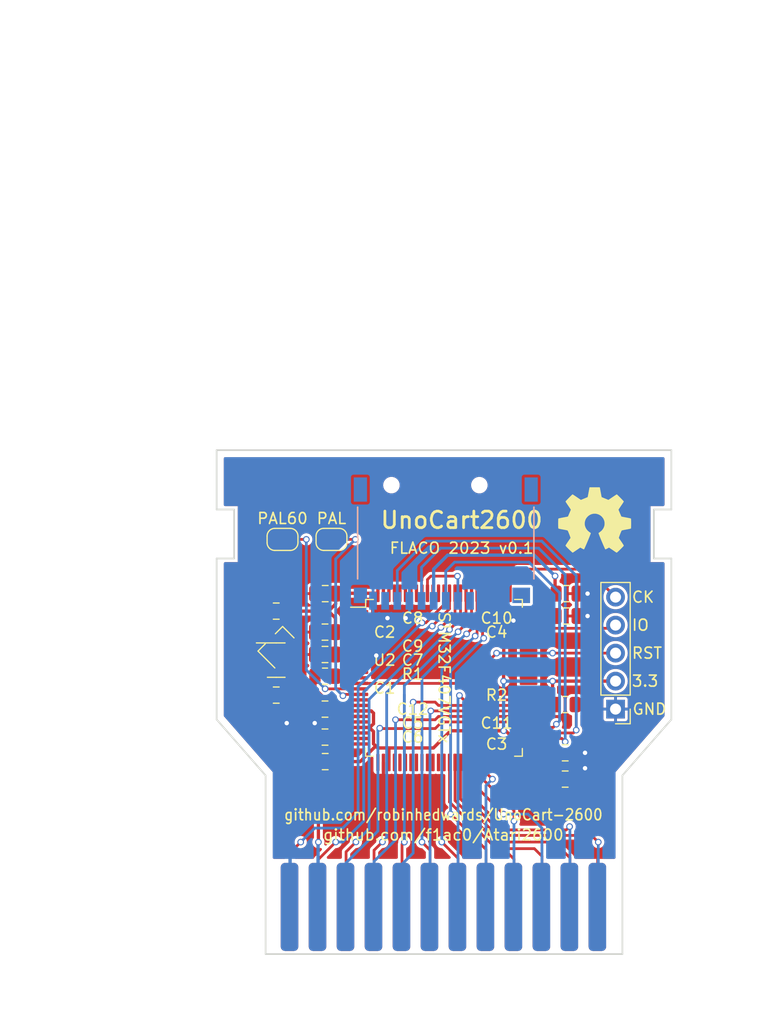
<source format=kicad_pcb>
(kicad_pcb (version 20221018) (generator pcbnew)
  (title_block (title "UnoCart 2600") (date "2023-03-01") (rev "0.1") (company "FLACO 2023") (comment 1 "Original idea and design : https://github.com/robinhedwards/UnoCart-2600") (comment 2 "Inspired by : https://github.com/rglenn/unocart2600-pcb"))
  (layers (0 "F.Cu" signal) (31 "B.Cu" signal) (34 "B.Paste" user) (35 "F.Paste" user) (36 "B.SilkS" user "B.Silkscreen") (37 "F.SilkS" user "F.Silkscreen") (38 "B.Mask" user) (39 "F.Mask" user) (44 "Edge.Cuts" user))
  (net 0 "")
  (net 1 "GND")
  (net 2 "+3V3")
  (net 3 "+5V")
  (net 4 "/D4")
  (net 5 "/D3")
  (net 6 "/D2")
  (net 7 "/D1")
  (net 8 "/D0")
  (net 9 "/A0")
  (net 10 "/A1")
  (net 11 "/A2")
  (net 12 "/A3")
  (net 13 "/A4")
  (net 14 "/A5")
  (net 15 "/A6")
  (net 16 "/A7")
  (net 17 "/D5")
  (net 18 "/D6")
  (net 19 "/D7")
  (net 20 "/A12")
  (net 21 "/A10")
  (net 22 "/A11")
  (net 23 "/A9")
  (net 24 "/A8")
  (net 25 "/DO")
  (net 26 "/SCK")
  (net 27 "/DI")
  (net 28 "/CS")
  (net 29 "/SWDIO")
  (net 30 "/~{RST}")
  (net 31 "/SWCLK")
  (net 32 "/PAL60")
  (net 33 "/PAL")
  (net 34 "Net-(U1-VCAP_1)")
  (net 35 "Net-(U1-VCAP_2)")
  (net 36 "Net-(U1-VREF+)")
  (footprint "Sassa:Atari2600_Cartridge_2x12_P2.54mm" (layer "F.Cu") (at 85.979 96.687)
    (fp_text reference "J1" hide)
    (fp_text value "A2600 card edge")
  )
  (footprint "Capacitor_SMD:C_0805_2012Metric" (layer "F.Cu") (at 89.2175 83.5025 180)
    (fp_text reference "C6")
    (fp_text value "100n")
  )
  (footprint "Resistor_SMD:R_0805_2012Metric" (layer "F.Cu") (at 110.998 78.328 180)
    (fp_text reference "R2")
    (fp_text value "10K")
  )
  (footprint "Capacitor_SMD:C_0805_2012Metric" (layer "F.Cu") (at 84.7725 69.85 180)
    (fp_text reference "C2")
    (fp_text value "10u")
  )
  (footprint "Connector_PinHeader_2.54mm:PinHeader_1x05_P2.54mm_Vertical" (layer "F.Cu") (at 115.57 78.74 180)
    (fp_text reference "J3" hide)
    (fp_text value "PROG")
  )
  (footprint "Package_QFP:LQFP-100_14x14mm_P0.5mm" (layer "F.Cu") (at 100 75.905)
    (fp_text reference "U1" hide)
    (fp_text value "STM32F407VGTx")
  )
  (footprint "Capacitor_SMD:C_0805_2012Metric" (layer "F.Cu") (at 111 82.705)
    (fp_text reference "C11")
    (fp_text value "100n")
  )
  (footprint "Resistor_SMD:R_0805_2012Metric" (layer "F.Cu") (at 89.2 75.7555)
    (fp_text reference "R1")
    (fp_text value "10K")
  )
  (footprint "Capacitor_SMD:C_0805_2012Metric" (layer "F.Cu") (at 89.2 78.74 180)
    (fp_text reference "C12")
    (fp_text value "100n")
  )
  (footprint "Capacitor_SMD:C_0805_2012Metric" (layer "F.Cu") (at 89.2 73.787 180)
    (fp_text reference "C7")
    (fp_text value "100n")
  )
  (footprint "Capacitor_SMD:C_0805_2012Metric" (layer "F.Cu") (at 89.2 81.28 180)
    (fp_text reference "C5")
    (fp_text value "100n")
  )
  (footprint "Capacitor_SMD:C_0805_2012Metric" (layer "F.Cu") (at 111.125 70.2945)
    (fp_text reference "C4")
    (fp_text value "2.2u")
  )
  (footprint "Capacitor_SMD:C_0805_2012Metric" (layer "F.Cu") (at 89.2175 68.2625 180)
    (fp_text reference "C8")
    (fp_text value "100n")
  )
  (footprint "Capacitor_SMD:C_0805_2012Metric" (layer "F.Cu") (at 111.125 68.2625)
    (fp_text reference "C10")
    (fp_text value "100n")
  )
  (footprint "Capacitor_SMD:C_0805_2012Metric" (layer "F.Cu") (at 89.2 71.755 180)
    (fp_text reference "C9")
    (fp_text value "100n")
  )
  (footprint "Capacitor_SMD:C_0805_2012Metric" (layer "F.Cu") (at 110.998 85.09)
    (fp_text reference "C3")
    (fp_text value "2.2u")
  )
  (footprint "Capacitor_SMD:C_0805_2012Metric" (layer "F.Cu") (at 84.7725 77.47)
    (fp_text reference "C1")
    (fp_text value "10u")
  )
  (footprint "Jumper:SolderJumper-2_P1.3mm_Open_RoundedPad1.0x1.5mm" (layer "F.Cu") (at 85.344 63.342 180)
    (fp_text reference "JP1" hide)
    (fp_text value "PAL60")
  )
  (footprint "Jumper:SolderJumper-2_P1.3mm_Open_RoundedPad1.0x1.5mm" (layer "F.Cu") (at 89.789 63.342 180)
    (fp_text reference "JP2" hide)
    (fp_text value "PAL")
  )
  (footprint "Symbol:OSHW-Symbol_6.7x6mm_SilkScreen" (layer "F.Cu") (at 113.665 61.595)
    (fp_text reference "REF**" hide)
    (fp_text value "OSHW-Symbol_6.7x6mm_SilkScreen" hide)
  )
  (footprint "Sassa:SOT-23" (layer "F.Cu") (at 84.7725 72.898 135)
    (fp_text reference "U3" hide)
    (fp_text value "XC6206PxxxMR")
  )
  (footprint "Package_TO_SOT_SMD:SOT-23-5" (layer "F.Cu") (at 84.7725 74.295)
    (fp_text reference "U2")
    (fp_text value "SPX3819M5-L-3-3")
  )
  (footprint "Sassa:TFP09-2-12B" (layer "B.Cu") (at 100.16 68.42)
    (fp_text reference "J2" hide)
    (fp_text value "Micro_SD_Card")
  )
  (gr_line (start 116.1925 84.76) (end 116.1925 100.965) (stroke (width 0.15)) (layer "Edge.Cuts"))
  (gr_line (start 79.3625 79.68) (end 79.3625 65.075) (stroke (width 0.15)) (layer "Edge.Cuts"))
  (gr_line (start 83.8075 84.76) (end 79.3625 79.68) (stroke (width 0.15)) (layer "Edge.Cuts"))
  (gr_line (start 83.8075 100.965) (end 83.8075 84.76) (stroke (width 0.15)) (layer "Edge.Cuts"))
  (gr_line (start 79.3625 55.245) (end 120.6375 55.245) (stroke (width 0.15)) (layer "Edge.Cuts"))
  (gr_line (start 120.6375 60.63) (end 119.05 60.63) (stroke (width 0.15)) (layer "Edge.Cuts"))
  (gr_line (start 120.6375 65.075) (end 120.6375 79.68) (stroke (width 0.15)) (layer "Edge.Cuts"))
  (gr_line (start 80.95 65.075) (end 80.95 60.63) (stroke (width 0.15)) (layer "Edge.Cuts"))
  (gr_line (start 120.6375 79.68) (end 116.1925 84.76) (stroke (width 0.15)) (layer "Edge.Cuts"))
  (gr_line (start 79.3625 65.075) (end 80.95 65.075) (stroke (width 0.15)) (layer "Edge.Cuts"))
  (gr_line (start 119.05 60.63) (end 119.05 65.075) (stroke (width 0.15)) (layer "Edge.Cuts"))
  (gr_line (start 83.8075 100.965) (end 116.1925 100.965) (stroke (width 0.15)) (layer "Edge.Cuts"))
  (gr_line (start 120.6375 55.245) (end 120.6375 60.63) (stroke (width 0.15)) (layer "Edge.Cuts"))
  (gr_line (start 79.3625 60.63) (end 79.3625 55.245) (stroke (width 0.15)) (layer "Edge.Cuts"))
  (gr_line (start 119.05 65.075) (end 120.6375 65.075) (stroke (width 0.15)) (layer "Edge.Cuts"))
  (gr_line (start 80.95 60.63) (end 79.3625 60.63) (stroke (width 0.15)) (layer "Edge.Cuts"))
  (gr_text "3.3" (at 116.967 76.2) (layer "F.SilkS") (effects (font (size 1 1)) (justify left)))
  (gr_text "UnoCart2600" (at 101.6 61.595) (layer "F.SilkS") (effects (font (size 1.5 1.5) (thickness 0.25) bold)))
  (gr_text "GND" (at 117.027 78.74) (layer "F.SilkS") (effects (font (size 1 1)) (justify left)))
  (gr_text "github.com/f1ac0/Atari2600" (at 99.949 90.7415) (layer "F.SilkS") (effects (font (size 1 1)) (justify bottom)))
  (gr_text "IO" (at 116.967 71.12) (layer "F.SilkS") (effects (font (size 1 1)) (justify left)))
  (gr_text "FLACO 2023 v0.1" (at 101.6 64.135) (layer "F.SilkS") (effects (font (size 1 1))))
  (gr_text "STM32F407VGTx" (at 100.0125 75.8825 -90) (layer "F.SilkS") (effects (font (size 1 1))))
  (gr_text "github.com/robinhedwards/UnoCart-2600" (at 99.949 88.3285) (layer "F.SilkS") (effects (font (size 1 0.9))))
  (gr_text "CK" (at 116.967 68.58) (layer "F.SilkS") (effects (font (size 1 1)) (justify left)))
  (gr_text "RST" (at 116.967 73.66) (layer "F.SilkS") (effects (font (size 1 1)) (justify left)))
  (segment (start 112.8 84.105) (end 111.75 84.105) (width 0.3) (layer "F.Cu") (net 1))
  (segment (start 111.75 82.705) (end 112.8 82.705) (width 0.3) (layer "F.Cu") (net 1))
  (segment (start 92.325 74.405) (end 93.331 74.405) (width 0.3) (layer "F.Cu") (net 1))
  (segment (start 113.03 68.2625) (end 112.075 68.2625) (width 0.3) (layer "F.Cu") (net 1))
  (segment (start 91.131817 79.405) (end 92.325 79.405) (width 0.3) (layer "F.Cu") (net 1))
  (segment (start 94.869 70.485) (end 94.5 70.116) (width 0.3) (layer "F.Cu") (net 1))
  (segment (start 88.265 80.01) (end 90.526817 80.01) (width 0.3) (layer "F.Cu") (net 1))
  (segment (start 84.807855 74.276858) (end 83.653142 74.276858) (width 0.3) (layer "F.Cu") (net 1))
  (segment (start 94.5 70.116) (end 94.5 68.23) (width 0.3) (layer "F.Cu") (net 1))
  (segment (start 90.526817 80.01) (end 91.131817 79.405) (width 0.3) (layer "F.Cu") (net 1))
  (segment (start 83.653142 74.276858) (end 83.635 74.295) (width 0.3) (layer "F.Cu") (net 1))
  (segment (start 113.97 96.19) (end 113.97 92.0875) (width 0.3) (layer "F.Cu") (net 1))
  (segment (start 113.97 92.0875) (end 115 91.0575) (width 0.3) (layer "F.Cu") (net 1))
  (segment (start 106.601994 70.405) (end 106.298994 70.708) (width 0.3) (layer "F.Cu") (net 1))
  (segment (start 113.03 70.2945) (end 112.075 70.2945) (width 0.3) (layer "F.Cu") (net 1))
  (segment (start 94.5 83.58) (end 94.5 85.61) (width 0.3) (layer "F.Cu") (net 1))
  (segment (start 93.331 74.405) (end 93.853 73.883) (width 0.3) (layer "F.Cu") (net 1))
  (segment (start 107.675 70.405) (end 106.601994 70.405) (width 0.3) (layer "F.Cu") (net 1))
  (segment (start 97 70.005) (end 96.52 70.485) (width 0.3) (layer "F.Cu") (net 1))
  (segment (start 97 68.23) (end 97 70.005) (width 0.3) (layer "F.Cu") (net 1))
  (segment (start 115 90.4) (end 112.8 88.2) (width 0.3) (layer "F.Cu") (net 1))
  (segment (start 115 91.0575) (end 115 90.4) (width 0.3) (layer "F.Cu") (net 1))
  (via (at 113.03 70.2945) (size 0.6) (drill 0.4) (layers "F.Cu" "B.Cu") (net 1))
  (via (at 112.8 82.705) (size 0.6) (drill 0.4) (layers "F.Cu" "B.Cu") (net 1))
  (via (at 112.8 84.105) (size 0.6) (drill 0.4) (layers "F.Cu" "B.Cu") (net 1))
  (via (at 88.265 80.01) (size 0.6) (drill 0.4) (layers "F.Cu" "B.Cu") (net 1))
  (via (at 113.03 68.2625) (size 0.6) (drill 0.4) (layers "F.Cu" "B.Cu") (net 1))
  (via (at 93.853 73.883) (size 0.6) (drill 0.4) (layers "F.Cu" "B.Cu") (net 1))
  (via (at 96.52 70.485) (size 0.6) (drill 0.4) (layers "F.Cu" "B.Cu") (net 1))
  (via (at 85.725 80.01) (size 0.6) (drill 0.4) (layers "F.Cu" "B.Cu") (net 1))
  (via (at 106.298994 70.708) (size 0.6) (drill 0.4) (layers "F.Cu" "B.Cu") (net 1))
  (via (at 94.869 70.485) (size 0.6) (drill 0.4) (layers "F.Cu" "B.Cu") (net 1))
  (segment (start 86.03 96.19) (end 86.03 89.865) (width 0.3) (layer "B.Cu") (net 1))
  (segment (start 92.325 78.905) (end 93.4 78.905) (width 0.3) (layer "F.Cu") (net 2))
  (segment (start 90.132511 78.74) (end 88.2875 76.894989) (width 0.3) (layer "F.Cu") (net 2))
  (segment (start 105.425 74.564239) (end 105.425 70.529996) (width 0.3) (layer "F.Cu") (net 2))
  (segment (start 90.1675 69.1975) (end 89.515 69.85) (width 0.3) (layer "F.Cu") (net 2))
  (segment (start 93.805 82.09) (end 93.98 82.265) (width 0.3) (layer "F.Cu") (net 2))
  (segment (start 90.2 68.23) (end 90.1675 68.2625) (width 0.3) (layer "F.Cu") (net 2))
  (segment (start 92.3925 83.5025) (end 93.805 82.09) (width 0.3) (layer "F.Cu") (net 2))
  (segment (start 93.2675 80.405) (end 93.1 80.405) (width 0.3) (layer "F.Cu") (net 2))
  (segment (start 105.41 74.579239) (end 105.425 74.564239) (width 0.3) (layer "F.Cu") (net 2))
  (segment (start 99.04 82.265) (end 94.996 82.265) (width 0.3) (layer "F.Cu") (net 2))
  (segment (start 85.725 69.8525) (end 85.7225 69.85) (width 0.3) (layer "F.Cu") (net 2))
  (segment (start 106.049996 69.905) (end 108.97575 69.905) (width 0.3) (layer "F.Cu") (net 2))
  (segment (start 85.7225 69.85) (end 89.515 69.85) (width 0.3) (layer "F.Cu") (net 2))
  (segment (start 94.996 82.265) (end 94.996 82.501) (width 0.3) (layer "F.Cu") (net 2))
  (segment (start 90.15 71.755) (end 90.15 73.787) (width 0.3) (layer "F.Cu") (net 2))
  (segment (start 105.41 76.2) (end 105.41 74.579239) (width 0.3) (layer "F.Cu") (net 2))
  (segment (start 108.525 83.58) (end 109.4 82.705) (width 0.3) (layer "F.Cu") (net 2))
  (segment (start 90.15 78.74) (end 90.132511 78.74) (width 0.3) (layer "F.Cu") (net 2))
  (segment (start 109.855 78.01) (end 110.173 78.328) (width 0.3) (layer "F.Cu") (net 2))
  (segment (start 85.91 73.345) (end 85.91 73.174713) (width 0.3) (layer "F.Cu") (net 2))
  (segment (start 105.6 80.705) (end 106 81.105) (width 0.3) (layer "F.Cu") (net 2))
  (segment (start 106 83.58) (end 108.525 83.58) (width 0.3) (layer "F.Cu") (net 2))
  (segment (start 110.175 68.70575) (end 110.175 68.2625) (width 0.3) (layer "F.Cu") (net 2))
  (segment (start 102.4 80.705) (end 100.6 80.705) (width 0.3) (layer "F.Cu") (net 2))
  (segment (start 105.41 80.705) (end 102.4 80.705) (width 0.3) (layer "F.Cu") (net 2))
  (segment (start 94.905 82.265) (end 95 82.36) (width 0.3) (layer "F.Cu") (net 2))
  (segment (start 88.2875 76.894989) (end 88.2875 75.7555) (width 0.3) (layer "F.Cu") (net 2))
  (segment (start 100.6 80.705) (end 99.04 82.265) (width 0.3) (layer "F.Cu") (net 2))
  (segment (start 109.855 76.2) (end 109.855 78.01) (width 0.3) (layer "F.Cu") (net 2))
  (segment (start 109.855 76.2) (end 115.57 76.2) (width 0.3) (layer "F.Cu") (net 2))
  (segment (start 85.725 72.506997) (end 85.725 69.8525) (width 0.3) (layer "F.Cu") (net 2))
  (segment (start 92.325 80.405) (end 93.226041 80.405) (width 0.3) (layer "F.Cu") (net 2))
  (segment (start 92.325 78.905) (end 90.315 78.905) (width 0.3) (layer "F.Cu") (net 2))
  (segment (start 105.425 70.529996) (end 106.049996 69.905) (width 0.3) (layer "F.Cu") (net 2))
  (segment (start 93.599 80.813298) (end 93.599 81.884) (width 0.3) (layer "F.Cu") (net 2))
  (segment (start 89.515 69.85) (end 90.15 70.485) (width 0.3) (layer "F.Cu") (net 2))
  (segment (start 94 68.23) (end 90.2 68.23) (width 0.3) (layer "F.Cu") (net 2))
  (segment (start 90.15 73.893) (end 88.2875 75.7555) (width 0.3) (layer "F.Cu") (net 2))
  (segment (start 95 82.36) (end 95 82.505) (width 0.3) (layer "F.Cu") (net 2))
  (segment (start 90.15 70.485) (end 90.15 71.755) (width 0.3) (layer "F.Cu") (net 2))
  (segment (start 90.15 73.787) (end 90.15 73.893) (width 0.3) (layer "F.Cu") (net 2))
  (segment (start 90.1675 68.2625) (end 90.1675 69.1975) (width 0.3) (layer "F.Cu") (net 2))
  (segment (start 93.6 79.105) (end 93.6 80.0725) (width 0.3) (layer "F.Cu") (net 2))
  (segment (start 92.325 80.405) (end 93.1 80.405) (width 0.3) (layer "F.Cu") (net 2))
  (segment (start 106 81.105) (end 106 83.58) (width 0.3) (layer "F.Cu") (net 2))
  (segment (start 90.8 72.405) (end 90.15 71.755) (width 0.3) (layer "F.Cu") (net 2))
  (segment (start 93.4 78.905) (end 93.6 79.105) (width 0.3) (layer "F.Cu") (net 2))
  (segment (start 93.226041 80.405) (end 93.599 80.777959) (width 0.3) (layer "F.Cu") (net 2))
  (segment (start 91.268 74.905) (end 92.1 74.905) (width 0.3) (layer "F.Cu") (net 2))
  (segment (start 90.315 78.905) (end 90.15 78.74) (width 0.3) (layer "F.Cu") (net 2))
  (segment (start 94.996 82.501) (end 95 82.505) (width 0.3) (layer "F.Cu") (net 2))
  (segment (start 92.325 72.405) (end 90.8 72.405) (width 0.3) (layer "F.Cu") (net 2))
  (segment (start 93.98 82.265) (end 94.996 82.265) (width 0.3) (layer "F.Cu") (net 2))
  (segment (start 93.599 80.777959) (end 93.599 80.813298) (width 0.3) (layer "F.Cu") (net 2))
  (segment (start 110.080161 68.167661) (end 110.175 68.2625) (width 0.3) (layer "F.Cu") (net 2))
  (segment (start 102.4 80.705) (end 105.6 80.705) (width 0.3) (layer "F.Cu") (net 2))
  (segment (start 108.97575 69.905) (end 110.175 68.70575) (width 0.3) (layer "F.Cu") (net 2))
  (segment (start 90.1675 83.5025) (end 92.3925 83.5025) (width 0.3) (layer "F.Cu") (net 2))
  (segment (start 93.6 80.0725) (end 93.2675 80.405) (width 0.3) (layer "F.Cu") (net 2))
  (segment (start 93.599 81.884) (end 93.805 82.09) (width 0.3) (layer "F.Cu") (net 2))
  (segment (start 85.91 73.174713) (end 86.151358 72.933355) (width 0.3) (layer "F.Cu") (net 2))
  (segment (start 109.4 82.705) (end 110.25 82.705) (width 0.3) (layer "F.Cu") (net 2))
  (segment (start 90.15 73.787) (end 91.268 74.905) (width 0.3) (layer "F.Cu") (net 2))
  (segment (start 110.080161 66.6645) (end 110.080161 68.167661) (width 0.3) (layer "F.Cu") (net 2))
  (segment (start 95 83.58) (end 95 82.505) (width 0.3) (layer "F.Cu") (net 2))
  (segment (start 86.151358 72.933355) (end 85.725 72.506997) (width 0.3) (layer "F.Cu") (net 2))
  (via (at 110.080161 66.6645) (size 0.6) (drill 0.4) (layers "F.Cu" "B.Cu") (net 2))
  (via (at 105.41 80.705) (size 0.6) (drill 0.4) (layers "F.Cu" "B.Cu") (net 2))
  (via (at 105.41 76.2) (size 0.6) (drill 0.4) (layers "F.Cu" "B.Cu") (net 2))
  (via (at 109.855 76.2) (size 0.6) (drill 0.4) (layers "F.Cu" "B.Cu") (net 2))
  (segment (start 108.185661 64.77) (end 100.33 64.77) (width 0.3) (layer "B.Cu") (net 2))
  (segment (start 105.41 80.705) (end 105.41 76.2) (width 0.3) (layer "B.Cu") (net 2))
  (segment (start 99.06 66.04) (end 99.06 68.92) (width 0.3) (layer "B.Cu") (net 2))
  (segment (start 100.33 64.77) (end 99.06 66.04) (width 0.3) (layer "B.Cu") (net 2))
  (segment (start 105.41 76.2) (end 109.855 76.2) (width 0.3) (layer "B.Cu") (net 2))
  (segment (start 110.080161 66.6645) (end 108.185661 64.77) (width 0.3) (layer "B.Cu") (net 2))
  (segment (start 83.635 73.345) (end 83.635 72.621286) (width 0.3) (layer "F.Cu") (net 3))
  (segment (start 82.23 73.345) (end 81.915 73.66) (width 0.3) (layer "F.Cu") (net 3))
  (segment (start 81.915 75.5625) (end 83.8225 77.47) (width 0.3) (layer "F.Cu") (net 3))
  (segment (start 83.8225 81.9175) (end 88.6 86.695) (width 0.3) (layer "F.Cu") (net 3))
  (segment (start 82.2325 75.245) (end 83.635 75.245) (width 0.3) (layer "F.Cu") (net 3))
  (segment (start 83.635 72.621286) (end 84.065393 72.190893) (width 0.3) (layer "F.Cu") (net 3))
  (segment (start 81.915 73.66) (end 81.915 74.93) (width 0.3) (layer "F.Cu") (net 3))
  (segment (start 83.635 73.345) (end 82.23 73.345) (width 0.3) (layer "F.Cu") (net 3))
  (segment (start 81.915 74.93) (end 81.915 75.5625) (width 0.3) (layer "F.Cu") (net 3))
  (segment (start 88.6 86.695) (end 88.6 90.805) (width 0.3) (layer "F.Cu") (net 3))
  (segment (start 83.8225 77.47) (end 83.8225 81.9175) (width 0.3) (layer "F.Cu") (net 3))
  (segment (start 81.915 75.5625) (end 82.2325 75.245) (width 0.3) (layer "F.Cu") (net 3))
  (via (at 88.6 90.805) (size 0.6) (drill 0.4) (layers "F.Cu" "B.Cu") (net 3))
  (segment (start 88.57 90.835) (end 88.57 96.19) (width 0.3) (layer "B.Cu") (net 3))
  (segment (start 88.6 90.805) (end 88.57 90.835) (width 0.3) (layer "B.Cu") (net 3))
  (segment (start 111.1 89.7) (end 111.4 89.4) (width 0.25) (layer "F.Cu") (net 4))
  (segment (start 102.5 83.58) (end 102.5 86.625) (width 0.25) (layer "F.Cu") (net 4))
  (segment (start 105.575 89.7) (end 111.1 89.7) (width 0.25) (layer "F.Cu") (net 4))
  (segment (start 102.5 86.625) (end 105.575 89.7) (width 0.25) (layer "F.Cu") (net 4))
  (via (at 111.4 89.4) (size 0.6) (drill 0.4) (layers "F.Cu" "B.Cu") (net 4))
  (segment (start 111.43 96.19) (end 111.43 89.43) (width 0.25) (layer "B.Cu") (net 4))
  (segment (start 111.4 89.4) (end 111.43 89.43) (width 0.25) (layer "B.Cu") (net 4))
  (segment (start 105.438604 90.2) (end 102 86.761396) (width 0.25) (layer "F.Cu") (net 5))
  (segment (start 102 86.761396) (end 102 83.58) (width 0.25) (layer "F.Cu") (net 5))
  (segment (start 113.395 90.2) (end 105.438604 90.2) (width 0.25) (layer "F.Cu") (net 5))
  (segment (start 114 90.805) (end 113.395 90.2) (width 0.25) (layer "F.Cu") (net 5))
  (via (at 114 90.805) (size 0.6) (drill 0.4) (layers "F.Cu" "B.Cu") (net 5))
  (segment (start 114 90.805) (end 114 96.16) (width 0.25) (layer "B.Cu") (net 5))
  (segment (start 114 96.16) (end 113.97 96.19) (width 0.25) (layer "B.Cu") (net 5))
  (segment (start 105.402208 90.8) (end 110 90.8) (width 0.25) (layer "F.Cu") (net 6))
  (segment (start 101.5 83.58) (end 101.5 86.895) (width 0.25) (layer "F.Cu") (net 6))
  (segment (start 110 90.8) (end 111.43 92.23) (width 0.25) (layer "F.Cu") (net 6))
  (segment (start 111.43 92.23) (end 111.43 96.19) (width 0.25) (layer "F.Cu") (net 6))
  (segment (start 101.6 86.995) (end 101.6 86.997792) (width 0.25) (layer "F.Cu") (net 6))
  (segment (start 101.6 86.997792) (end 105.402208 90.8) (width 0.25) (layer "F.Cu") (net 6))
  (segment (start 101.5 86.895) (end 101.6 86.995) (width 0.25) (layer "F.Cu") (net 6))
  (segment (start 108.89 92.09) (end 108.89 96.19) (width 0.25) (layer "F.Cu") (net 7))
  (segment (start 101 87.034188) (end 105.365812 91.4) (width 0.25) (layer "F.Cu") (net 7))
  (segment (start 105.365812 91.4) (end 108.2 91.4) (width 0.25) (layer "F.Cu") (net 7))
  (segment (start 101 83.58) (end 101 87.034188) (width 0.25) (layer "F.Cu") (net 7))
  (segment (start 108.2 91.4) (end 108.89 92.09) (width 0.25) (layer "F.Cu") (net 7))
  (segment (start 100.5 83.58) (end 100.5 87.170584) (width 0.25) (layer "F.Cu") (net 8))
  (segment (start 105.179416 91.85) (end 105.85 91.85) (width 0.25) (layer "F.Cu") (net 8))
  (segment (start 100.5 87.170584) (end 105.179416 91.85) (width 0.25) (layer "F.Cu") (net 8))
  (segment (start 106.35 92.35) (end 106.35 96.19) (width 0.25) (layer "F.Cu") (net 8))
  (segment (start 105.85 91.85) (end 106.35 92.35) (width 0.25) (layer "F.Cu") (net 8))
  (segment (start 103.81 91.475) (end 103.81 96.19) (width 0.25) (layer "F.Cu") (net 9))
  (segment (start 103.5 72.202883) (end 103.602822 72.305705) (width 0.25) (layer "F.Cu") (net 9))
  (segment (start 103.5 68.23) (end 103.5 72.202883) (width 0.25) (layer "F.Cu") (net 9))
  (segment (start 100.6 88.265) (end 103.81 91.475) (width 0.25) (layer "F.Cu") (net 9))
  (via (at 100.6 88.265) (size 0.6) (drill 0.4) (layers "F.Cu" "B.Cu") (net 9))
  (via (at 103.602822 72.305705) (size 0.6) (drill 0.4) (layers "F.Cu" "B.Cu") (net 9))
  (segment (start 103.599295 72.305705) (end 103.602822 72.305705) (width 0.25) (layer "B.Cu") (net 9))
  (segment (start 100.6 75.305) (end 103.599295 72.305705) (width 0.25) (layer "B.Cu") (net 9))
  (segment (start 100.6 88.265) (end 100.6 75.305) (width 0.25) (layer "B.Cu") (net 9))
  (segment (start 103 71.938369) (end 102.826696 72.111673) (width 0.25) (layer "F.Cu") (net 10))
  (segment (start 99.8 90.805) (end 101.27 92.275) (width 0.25) (layer "F.Cu") (net 10))
  (segment (start 101.27 92.275) (end 101.27 96.19) (width 0.25) (layer "F.Cu") (net 10))
  (segment (start 103 68.23) (end 103 71.938369) (width 0.25) (layer "F.Cu") (net 10))
  (via (at 102.826696 72.111673) (size 0.6) (drill 0.4) (layers "F.Cu" "B.Cu") (net 10))
  (via (at 99.8 90.805) (size 0.6) (drill 0.4) (layers "F.Cu" "B.Cu") (net 10))
  (segment (start 99.8 90.805) (end 99.8 75.138369) (width 0.25) (layer "B.Cu") (net 10))
  (segment (start 99.8 75.138369) (end 102.826696 72.111673) (width 0.25) (layer "B.Cu") (net 10))
  (segment (start 98.73 91.535) (end 98.73 96.19) (width 0.25) (layer "F.Cu") (net 11))
  (segment (start 102.5 71.468219) (end 102.050568 71.917651) (width 0.25) (layer "F.Cu") (net 11))
  (segment (start 98 90.805) (end 98.73 91.535) (width 0.25) (layer "F.Cu") (net 11))
  (segment (start 102.5 68.23) (end 102.5 71.468219) (width 0.25) (layer "F.Cu") (net 11))
  (via (at 98 90.805) (size 0.6) (drill 0.4) (layers "F.Cu" "B.Cu") (net 11))
  (via (at 102.050568 71.917651) (size 0.6) (drill 0.4) (layers "F.Cu" "B.Cu") (net 11))
  (segment (start 101.987349 71.917651) (end 102.050568 71.917651) (width 0.25) (layer "B.Cu") (net 11))
  (segment (start 98 75.905) (end 101.987349 71.917651) (width 0.25) (layer "B.Cu") (net 11))
  (segment (start 98 90.805) (end 98 75.905) (width 0.25) (layer "B.Cu") (net 11))
  (segment (start 102 70.997957) (end 101.274477 71.72348) (width 0.25) (layer "F.Cu") (net 12))
  (segment (start 102 68.23) (end 102 70.997957) (width 0.25) (layer "F.Cu") (net 12))
  (segment (start 96.19 91.015) (end 96.19 96.19) (width 0.25) (layer "F.Cu") (net 12))
  (segment (start 96.4 90.805) (end 96.19 91.015) (width 0.25) (layer "F.Cu") (net 12))
  (via (at 96.4 90.805) (size 0.6) (drill 0.4) (layers "F.Cu" "B.Cu") (net 12))
  (via (at 101.274477 71.72348) (size 0.6) (drill 0.4) (layers "F.Cu" "B.Cu") (net 12))
  (segment (start 96.4 88.935) (end 96.4 77.432) (width 0.25) (layer "B.Cu") (net 12))
  (segment (start 96.4 76.597957) (end 101.274477 71.72348) (width 0.25) (layer "B.Cu") (net 12))
  (segment (start 96.4 90.805) (end 96.4 81.6) (width 0.25) (layer "B.Cu") (net 12))
  (segment (start 96.4 78.105) (end 96.4 76.597957) (width 0.25) (layer "B.Cu") (net 12))
  (segment (start 101.5 68.23) (end 101.5 70.528827) (width 0.25) (layer "F.Cu") (net 13))
  (segment (start 101.5 70.528827) (end 100.498011 71.530816) (width 0.25) (layer "F.Cu") (net 13))
  (segment (start 93.65 91.55) (end 93.65 96.19) (width 0.25) (layer "F.Cu") (net 13))
  (segment (start 94.40875 90.79125) (end 93.65 91.55) (width 0.25) (layer "F.Cu") (net 13))
  (via (at 94.40875 90.79125) (size 0.6) (drill 0.4) (layers "F.Cu" "B.Cu") (net 13))
  (via (at 100.498011 71.530816) (size 0.6) (drill 0.4) (layers "F.Cu" "B.Cu") (net 13))
  (segment (start 94.797066 90.402934) (end 94.797066 77.231761) (width 0.25) (layer "B.Cu") (net 13))
  (segment (start 94.40875 90.79125) (end 94.797066 90.402934) (width 0.25) (layer "B.Cu") (net 13))
  (segment (start 94.797066 77.231761) (end 100.498011 71.530816) (width 0.25) (layer "B.Cu") (net 13))
  (segment (start 92.005 90.795) (end 91.11 91.69) (width 0.25) (layer "F.Cu") (net 14))
  (segment (start 101 68.23) (end 101 70.050229) (width 0.25) (layer "F.Cu") (net 14))
  (segment (start 91.11 91.69) (end 91.11 96.19) (width 0.25) (layer "F.Cu") (net 14))
  (segment (start 101 70.050229) (end 99.724818 71.325411) (width 0.25) (layer "F.Cu") (net 14))
  (via (at 92.005 90.795) (size 0.6) (drill 0.4) (layers "F.Cu" "B.Cu") (net 14))
  (via (at 99.724818 71.325411) (size 0.6) (drill 0.4) (layers "F.Cu" "B.Cu") (net 14))
  (segment (start 93.2 89.6) (end 93.2 77.850229) (width 0.25) (layer "B.Cu") (net 14))
  (segment (start 92.005 90.795) (end 93.2 89.6) (width 0.25) (layer "B.Cu") (net 14))
  (segment (start 93.2 77.850229) (end 99.724818 71.325411) (width 0.25) (layer "B.Cu") (net 14))
  (segment (start 88.57 92.4) (end 88.57 96.19) (width 0.25) (layer "F.Cu") (net 15))
  (segment (start 90.17 90.8) (end 88.57 92.4) (width 0.25) (layer "F.Cu") (net 15))
  (segment (start 100.5 68.23) (end 100.5 69.643898) (width 0.25) (layer "F.Cu") (net 15))
  (segment (start 100.5 69.643898) (end 98.933051 71.210847) (width 0.25) (layer "F.Cu") (net 15))
  (via (at 90.17 90.8) (size 0.6) (drill 0.4) (layers "F.Cu" "B.Cu") (net 15))
  (via (at 98.933051 71.210847) (size 0.6) (drill 0.4) (layers "F.Cu" "B.Cu") (net 15))
  (segment (start 92.71 77.195) (end 92.749998 77.155002) (width 0.25) (layer "B.Cu") (net 15))
  (segment (start 90.810698 90.8) (end 92.71 88.900698) (width 0.25) (layer "B.Cu") (net 15))
  (segment (start 90.17 90.8) (end 90.810698 90.8) (width 0.25) (layer "B.Cu") (net 15))
  (segment (start 92.71 77.195) (end 93.0325 76.8725) (width 0.25) (layer "B.Cu") (net 15))
  (segment (start 92.71 88.900698) (end 92.71 77.195) (width 0.25) (layer "B.Cu") (net 15))
  (segment (start 98.694153 71.210847) (end 98.933051 71.210847) (width 0.25) (layer "B.Cu") (net 15))
  (segment (start 92.749998 77.155002) (end 93.0325 76.8725) (width 0.25) (layer "B.Cu") (net 15))
  (segment (start 93.0325 76.8725) (end 98.694153 71.210847) (width 0.25) (layer "B.Cu") (net 15))
  (segment (start 98.355 70.905) (end 100 69.26) (width 0.25) (layer "F.Cu") (net 16))
  (segment (start 86.03 91.77) (end 86.03 96.19) (width 0.25) (layer "F.Cu") (net 16))
  (segment (start 86.995 90.805) (end 86.03 91.77) (width 0.25) (layer "F.Cu") (net 16))
  (segment (start 98 70.905) (end 98.355 70.905) (width 0.25) (layer "F.Cu") (net 16))
  (segment (start 100 69.26) (end 100 68.23) (width 0.25) (layer "F.Cu") (net 16))
  (via (at 98 70.905) (size 0.6) (drill 0.4) (layers "F.Cu" "B.Cu") (net 16))
  (via (at 86.995 90.805) (size 0.6) (drill 0.4) (layers "F.Cu" "B.Cu") (net 16))
  (segment (start 90.805 89.535) (end 92.202 88.138) (width 0.25) (layer "B.Cu") (net 16))
  (segment (start 92.202 76.703) (end 98 70.905) (width 0.25) (layer "B.Cu") (net 16))
  (segment (start 86.995 90.805) (end 88.265 89.535) (width 0.25) (layer "B.Cu") (net 16))
  (segment (start 88.265 89.535) (end 90.805 89.535) (width 0.25) (layer "B.Cu") (net 16))
  (segment (start 92.202 88.138) (end 92.202 76.703) (width 0.25) (layer "B.Cu") (net 16))
  (segment (start 103 85.855) (end 103 83.58) (width 0.25) (layer "F.Cu") (net 17))
  (segment (start 105.41 88.265) (end 103 85.855) (width 0.25) (layer "F.Cu") (net 17))
  (via (at 105.41 88.265) (size 0.6) (drill 0.4) (layers "F.Cu" "B.Cu") (net 17))
  (segment (start 105.41 88.265) (end 107.62 88.265) (width 0.25) (layer "B.Cu") (net 17))
  (segment (start 107.62 88.265) (end 108.89 89.535) (width 0.25) (layer "B.Cu") (net 17))
  (segment (start 108.89 89.535) (end 108.89 96.19) (width 0.25) (layer "B.Cu") (net 17))
  (segment (start 106.35 87.935) (end 103.5 85.085) (width 0.25) (layer "F.Cu") (net 18))
  (segment (start 106.35 88.9) (end 106.35 87.935) (width 0.25) (layer "F.Cu") (net 18))
  (segment (start 103.5 85.085) (end 103.5 83.58) (width 0.25) (layer "F.Cu") (net 18))
  (via (at 106.35 88.9) (size 0.6) (drill 0.4) (layers "F.Cu" "B.Cu") (net 18))
  (segment (start 106.35 96.19) (end 106.35 88.9) (width 0.25) (layer "B.Cu") (net 18))
  (segment (start 104 84.696) (end 104 83.58) (width 0.25) (layer "F.Cu") (net 19))
  (segment (start 104.394 85.09) (end 104 84.696) (width 0.25) (layer "F.Cu") (net 19))
  (via (at 104.394 85.09) (size 0.6) (drill 0.4) (layers "F.Cu" "B.Cu") (net 19))
  (segment (start 104.394 85.09) (end 103.81 85.674) (width 0.25) (layer "B.Cu") (net 19))
  (segment (start 103.81 85.674) (end 103.81 96.19) (width 0.25) (layer "B.Cu") (net 19))
  (segment (start 101.8 77.905) (end 107.675 77.905) (width 0.25) (layer "F.Cu") (net 20))
  (segment (start 101.4 77.505) (end 101.8 77.905) (width 0.25) (layer "F.Cu") (net 20))
  (via (at 101.4 77.505) (size 0.6) (drill 0.4) (layers "F.Cu" "B.Cu") (net 20))
  (segment (start 101.27 96.19) (end 101.27 77.635) (width 0.25) (layer "B.Cu") (net 20))
  (segment (start 101.27 77.635) (end 101.4 77.505) (width 0.25) (layer "B.Cu") (net 20))
  (segment (start 98.8 78.905) (end 107.675 78.905) (width 0.25) (layer "F.Cu") (net 21))
  (via (at 98.8 78.905) (size 0.6) (drill 0.4) (layers "F.Cu" "B.Cu") (net 21))
  (segment (start 98.73 96.19) (end 98.73 78.975) (width 0.25) (layer "B.Cu") (net 21))
  (segment (start 98.73 78.975) (end 98.8 78.905) (width 0.25) (layer "B.Cu") (net 21))
  (segment (start 97.2 78.105) (end 99.2 78.105) (width 0.25) (layer "F.Cu") (net 22))
  (segment (start 99.2 78.105) (end 99.5 78.405) (width 0.25) (layer "F.Cu") (net 22))
  (segment (start 99.5 78.405) (end 107.675 78.405) (width 0.25) (layer "F.Cu") (net 22))
  (via (at 97.2 78.105) (size 0.6) (drill 0.4) (layers "F.Cu" "B.Cu") (net 22))
  (segment (start 97.2 91.8) (end 97.2 78.105) (width 0.25) (layer "B.Cu") (net 22))
  (segment (start 96.19 96.19) (end 96.19 92.81) (width 0.25) (layer "B.Cu") (net 22))
  (segment (start 96.19 92.81) (end 97.2 91.8) (width 0.25) (layer "B.Cu") (net 22))
  (segment (start 99.2 79.705) (end 95.6 79.705) (width 0.25) (layer "F.Cu") (net 23))
  (segment (start 99.5 79.405) (end 99.2 79.705) (width 0.25) (layer "F.Cu") (net 23))
  (segment (start 107.675 79.405) (end 99.5 79.405) (width 0.25) (layer "F.Cu") (net 23))
  (via (at 95.6 79.705) (size 0.6) (drill 0.4) (layers "F.Cu" "B.Cu") (net 23))
  (segment (start 93.65 92.55) (end 95.6 90.6) (width 0.25) (layer "B.Cu") (net 23))
  (segment (start 93.65 96.19) (end 93.65 92.55) (width 0.25) (layer "B.Cu") (net 23))
  (segment (start 95.6 90.6) (end 95.6 79.705) (width 0.25) (layer "B.Cu") (net 23))
  (segment (start 99.8 79.905) (end 107.675 79.905) (width 0.25) (layer "F.Cu") (net 24))
  (segment (start 94.204798 80.505) (end 99.2 80.505) (width 0.25) (layer "F.Cu") (net 24))
  (segment (start 99.2 80.505) (end 99.8 79.905) (width 0.25) (layer "F.Cu") (net 24))
  (segment (start 94.172066 80.472268) (end 94.204798 80.505) (width 0.25) (layer "F.Cu") (net 24))
  (via (at 94.172066 80.472268) (size 0.6) (drill 0.4) (layers "F.Cu" "B.Cu") (net 24))
  (segment (start 91.11 92.69) (end 91.11 96.19) (width 0.25) (layer "B.Cu") (net 24))
  (segment (start 94 89.8) (end 91.11 92.69) (width 0.25) (layer "B.Cu") (net 24))
  (segment (start 94 80.644334) (end 94 89.8) (width 0.25) (layer "B.Cu") (net 24))
  (segment (start 94.172066 80.472268) (end 94 80.644334) (width 0.25) (layer "B.Cu") (net 24))
  (segment (start 111.74 80.905) (end 107.675 80.905) (width 0.25) (layer "F.Cu") (net 25))
  (segment (start 112 80.645) (end 111.74 80.905) (width 0.25) (layer "F.Cu") (net 25))
  (segment (start 112 80.645) (end 112 78.505) (width 0.25) (layer "F.Cu") (net 25))
  (segment (start 112 78.505) (end 111.823 78.328) (width 0.25) (layer "F.Cu") (net 25))
  (via (at 112 80.645) (size 0.6) (drill 0.4) (layers "F.Cu" "B.Cu") (net 25))
  (segment (start 108.87 63.5) (end 112 66.63) (width 0.25) (layer "B.Cu") (net 25))
  (segment (start 95.76 68.92) (end 95.76 66.165) (width 0.25) (layer "B.Cu") (net 25))
  (segment (start 95.76 66.165) (end 98.425 63.5) (width 0.25) (layer "B.Cu") (net 25))
  (segment (start 98.425 63.5) (end 108.87 63.5) (width 0.25) (layer "B.Cu") (net 25))
  (segment (start 112 66.63) (end 112 80.645) (width 0.25) (layer "B.Cu") (net 25))
  (segment (start 107.675 81.405) (end 110.7 81.405) (width 0.25) (layer "F.Cu") (net 26))
  (segment (start 110.7 81.405) (end 111 81.705) (width 0.25) (layer "F.Cu") (net 26))
  (via (at 111 81.705) (size 0.6) (drill 0.4) (layers "F.Cu" "B.Cu") (net 26))
  (segment (start 111 66.55) (end 111 81.705) (width 0.25) (layer "B.Cu") (net 26))
  (segment (start 97.96 65.87) (end 99.695 64.135) (width 0.25) (layer "B.Cu") (net 26))
  (segment (start 108.585 64.135) (end 111 66.55) (width 0.25) (layer "B.Cu") (net 26))
  (segment (start 99.695 64.135) (end 108.585 64.135) (width 0.25) (layer "B.Cu") (net 26))
  (segment (start 97.96 68.92) (end 97.96 65.87) (width 0.25) (layer "B.Cu") (net 26))
  (segment (start 109.9 80.405) (end 110.2 80.105) (width 0.25) (layer "F.Cu") (net 27))
  (segment (start 107.675 80.405) (end 109.9 80.405) (width 0.25) (layer "F.Cu") (net 27))
  (via (at 110.2 80.105) (size 0.6) (drill 0.4) (layers "F.Cu" "B.Cu") (net 27))
  (segment (start 100.965 65.405) (end 107.71 65.405) (width 0.25) (layer "B.Cu") (net 27))
  (segment (start 100.16 68.92) (end 100.16 66.21) (width 0.25) (layer "B.Cu") (net 27))
  (segment (start 110.49 68.185) (end 110.49 79.815) (width 0.25) (layer "B.Cu") (net 27))
  (segment (start 100.16 66.21) (end 100.965 65.405) (width 0.25) (layer "B.Cu") (net 27))
  (segment (start 107.71 65.405) (end 110.49 68.185) (width 0.25) (layer "B.Cu") (net 27))
  (segment (start 110.49 79.815) (end 110.2 80.105) (width 0.25) (layer "B.Cu") (net 27))
  (segment (start 101.219 66.675) (end 98.807157 66.675) (width 0.25) (layer "F.Cu") (net 28))
  (segment (start 98.5 66.982157) (end 98.5 68.23) (width 0.25) (layer "F.Cu") (net 28))
  (segment (start 98.807157 66.675) (end 98.5 66.982157) (width 0.25) (layer "F.Cu") (net 28))
  (via (at 101.219 66.675) (size 0.6) (drill 0.4) (layers "F.Cu" "B.Cu") (net 28))
  (segment (start 101.219 66.675) (end 101.26 66.716) (width 0.25) (layer "B.Cu") (net 28))
  (segment (start 101.26 66.716) (end 101.26 68.92) (width 0.25) (layer "B.Cu") (net 28))
  (segment (start 107.675 71.405) (end 109.683827 71.405) (width 0.25) (layer "F.Cu") (net 29))
  (segment (start 109.683827 71.405) (end 109.686827 71.408) (width 0.25) (layer "F.Cu") (net 29))
  (segment (start 109.686827 71.408) (end 115.282 71.408) (width 0.25) (layer "F.Cu") (net 29))
  (segment (start 115.282 71.408) (end 115.57 71.12) (width 0.25) (layer "F.Cu") (net 29))
  (segment (start 90.762 76.405) (end 90.1125 75.7555) (width 0.25) (layer "F.Cu") (net 30))
  (segment (start 104.775 73.66) (end 102.03 76.405) (width 0.25) (layer "F.Cu") (net 30))
  (segment (start 109.855 73.66) (end 115.57 73.66) (width 0.25) (layer "F.Cu") (net 30))
  (segment (start 102.03 76.405) (end 90.762 76.405) (width 0.25) (layer "F.Cu") (net 30))
  (via (at 104.775 73.66) (size 0.6) (drill 0.4) (layers "F.Cu" "B.Cu") (net 30))
  (via (at 109.855 73.66) (size 0.6) (drill 0.4) (layers "F.Cu" "B.Cu") (net 30))
  (segment (start 104.775 73.66) (end 109.855 73.66) (width 0.25) (layer "B.Cu") (net 30))
  (segment (start 113.03 66.04) (end 115.57 68.58) (width 0.25) (layer "F.Cu") (net 31))
  (segment (start 106.68 66.04) (end 113.03 66.04) (width 0.25) (layer "F.Cu") (net 31))
  (segment (start 106 68.23) (end 106 66.72) (width 0.25) (layer "F.Cu") (net 31))
  (segment (start 106 66.72) (end 106.68 66.04) (width 0.25) (layer "F.Cu") (net 31))
  (segment (start 89.21675 76.905) (end 92.1 76.905) (width 0.25) (layer "F.Cu") (net 32))
  (segment (start 89.21025 76.8985) (end 89.21675 76.905) (width 0.25) (layer "F.Cu") (net 32))
  (segment (start 85.994 63.342) (end 87.503 63.342) (width 0.25) (layer "F.Cu") (net 32))
  (via (at 89.21025 76.8985) (size 0.6) (drill 0.4) (layers "F.Cu" "B.Cu") (net 32))
  (via (at 87.503 63.342) (size 0.6) (drill 0.4) (layers "F.Cu" "B.Cu") (net 32))
  (segment (start 87.503 75.19125) (end 87.503 63.342) (width 0.25) (layer "B.Cu") (net 32))
  (segment (start 89.21025 76.8985) (end 87.503 75.19125) (width 0.25) (layer "B.Cu") (net 32))
  (segment (start 90.951442 77.405) (end 92.1 77.405) (width 0.25) (layer "F.Cu") (net 33))
  (segment (start 90.826942 77.5295) (end 90.951442 77.405) (width 0.25) (layer "F.Cu") (net 33))
  (segment (start 90.439 63.342) (end 91.948 63.342) (width 0.25) (layer "F.Cu") (net 33))
  (via (at 91.948 63.342) (size 0.6) (drill 0.4) (layers "F.Cu" "B.Cu") (net 33))
  (via (at 90.826942 77.5295) (size 0.6) (drill 0.4) (layers "F.Cu" "B.Cu") (net 33))
  (segment (start 90.826942 77.5295) (end 90.8195 77.5295) (width 0.25) (layer "B.Cu") (net 33))
  (segment (start 90.17 76.88) (end 90.17 65.12) (width 0.25) (layer "B.Cu") (net 33))
  (segment (start 90.8195 77.5295) (end 90.17 76.88) (width 0.25) (layer "B.Cu") (net 33))
  (segment (start 90.17 65.12) (end 91.948 63.342) (width 0.25) (layer "B.Cu") (net 33))
  (segment (start 105.5 84.805) (end 105.785 85.09) (width 0.25) (layer "F.Cu") (net 34))
  (segment (start 105.785 85.09) (end 110.048 85.09) (width 0.25) (layer "F.Cu") (net 34))
  (segment (start 105.5 83.58) (end 105.5 84.805) (width 0.25) (layer "F.Cu") (net 34))
  (segment (start 109.5645 70.905) (end 110.175 70.2945) (width 0.25) (layer "F.Cu") (net 35))
  (segment (start 107.675 70.905) (end 109.5645 70.905) (width 0.25) (layer "F.Cu") (net 35))
  (segment (start 90.15 81.214315) (end 90.15 81.28) (width 0.25) (layer "F.Cu") (net 36))
  (segment (start 91.459315 79.905) (end 90.15 81.214315) (width 0.25) (layer "F.Cu") (net 36))
  (segment (start 92.1 79.905) (end 91.459315 79.905) (width 0.25) (layer "F.Cu") (net 36))
  (zone (net 1) (net_name "GND") (layers "F&B.Cu") (connect_pads (clearance 0.254)) (min_thickness 0.254) (fill yes (thermal_gap 0.254) (thermal_bridge_width 0.254))
    (polygon (pts (xy 80.01 55.88) (xy 80.01 60.325) (xy 81.28 60.325) (xy 81.28 65.405) (xy 80.01 65.405) (xy 80.01 79.375) (xy 84.455 84.454617) (xy 84.455 92.329) (xy 115.57 92.33) (xy 115.57 84.455) (xy 120.015 79.375) (xy 120.015 65.405) (xy 118.745 65.405) (xy 118.745 60.325) (xy 120.015 60.325) (xy 120.015 55.88)))
  )
)
</source>
